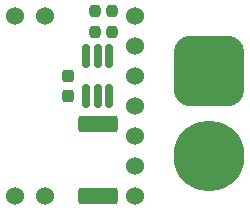
<source format=gbr>
%TF.GenerationSoftware,KiCad,Pcbnew,8.0.9-8.0.9-0~ubuntu22.04.1*%
%TF.CreationDate,2025-08-20T20:13:53+09:00*%
%TF.ProjectId,PD-Trigger,50442d54-7269-4676-9765-722e6b696361,rev?*%
%TF.SameCoordinates,Original*%
%TF.FileFunction,Soldermask,Top*%
%TF.FilePolarity,Negative*%
%FSLAX46Y46*%
G04 Gerber Fmt 4.6, Leading zero omitted, Abs format (unit mm)*
G04 Created by KiCad (PCBNEW 8.0.9-8.0.9-0~ubuntu22.04.1) date 2025-08-20 20:13:53*
%MOMM*%
%LPD*%
G01*
G04 APERTURE LIST*
G04 Aperture macros list*
%AMRoundRect*
0 Rectangle with rounded corners*
0 $1 Rounding radius*
0 $2 $3 $4 $5 $6 $7 $8 $9 X,Y pos of 4 corners*
0 Add a 4 corners polygon primitive as box body*
4,1,4,$2,$3,$4,$5,$6,$7,$8,$9,$2,$3,0*
0 Add four circle primitives for the rounded corners*
1,1,$1+$1,$2,$3*
1,1,$1+$1,$4,$5*
1,1,$1+$1,$6,$7*
1,1,$1+$1,$8,$9*
0 Add four rect primitives between the rounded corners*
20,1,$1+$1,$2,$3,$4,$5,0*
20,1,$1+$1,$4,$5,$6,$7,0*
20,1,$1+$1,$6,$7,$8,$9,0*
20,1,$1+$1,$8,$9,$2,$3,0*%
G04 Aperture macros list end*
%ADD10C,1.524000*%
%ADD11RoundRect,1.500000X-1.500000X1.500000X-1.500000X-1.500000X1.500000X-1.500000X1.500000X1.500000X0*%
%ADD12C,6.000000*%
%ADD13RoundRect,0.237500X0.237500X-0.250000X0.237500X0.250000X-0.237500X0.250000X-0.237500X-0.250000X0*%
%ADD14RoundRect,0.237500X0.237500X-0.300000X0.237500X0.300000X-0.237500X0.300000X-0.237500X-0.300000X0*%
%ADD15RoundRect,0.162500X0.162500X-0.837500X0.162500X0.837500X-0.162500X0.837500X-0.162500X-0.837500X0*%
%ADD16RoundRect,0.249999X1.425001X-0.450001X1.425001X0.450001X-1.425001X0.450001X-1.425001X-0.450001X0*%
G04 APERTURE END LIST*
D10*
%TO.C,J1*%
X53951200Y-52681200D03*
X53951200Y-50141200D03*
X53951200Y-47601200D03*
X53951200Y-45061200D03*
X53951200Y-42521200D03*
X53951200Y-39981200D03*
X53951200Y-37441200D03*
X46331200Y-52681200D03*
X43791200Y-52681200D03*
X46331200Y-37441200D03*
X43791200Y-37441200D03*
%TD*%
D11*
%TO.C,J2*%
X60198000Y-42076000D03*
D12*
X60198000Y-49276000D03*
%TD*%
D13*
%TO.C,R3*%
X50546000Y-38811200D03*
X50546000Y-36986200D03*
%TD*%
D14*
%TO.C,C1*%
X48260000Y-44245700D03*
X48260000Y-42520700D03*
%TD*%
D15*
%TO.C,U1*%
X49834800Y-44246800D03*
X50784800Y-44246800D03*
X51734800Y-44246800D03*
X51734800Y-40826800D03*
X50784800Y-40826800D03*
X49834800Y-40826800D03*
%TD*%
D16*
%TO.C,R1*%
X50800000Y-52679600D03*
X50800000Y-46579600D03*
%TD*%
D13*
%TO.C,R2*%
X52019200Y-38811200D03*
X52019200Y-36986200D03*
%TD*%
M02*

</source>
